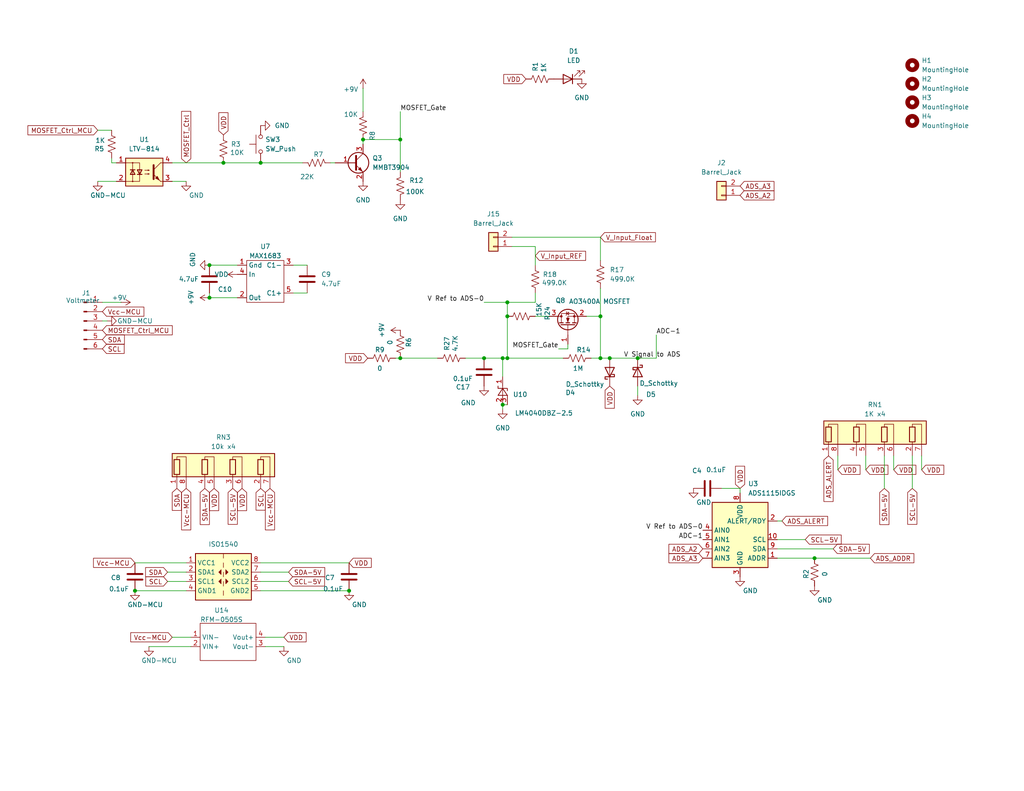
<source format=kicad_sch>
(kicad_sch (version 20250114) (generator "eeschema") (generator_version "9.0")
  (paper "USLetter")
  (title_block (title "Arduino Uno DMM Shield") (date "2025-02-22") (rev "1A") (company "Nick Mann"))
  (lib_symbols
    (symbol "Analog_ADC:ADS1115IDGS"
      (property "Reference" "U" (at 2.54 13.97 0))
      (property "Value" "ADS1115IDGS" (at 7.62 11.43 0))
      (symbol "ADS1115IDGS_0_1"
        (rectangle (start -7.62 10.16) (end 7.62 -7.62) (stroke (width 0.254)) (fill (type background)))
      )
      (symbol "ADS1115IDGS_1_1"
        (pin input line (at -10.16 2.54 0) (length 2.54) (name "AIN0") (number "4"))
        (pin input line (at -10.16 0 0) (length 2.54) (name "AIN1") (number "5"))
        (pin input line (at -10.16 -2.54 0) (length 2.54) (name "AIN2") (number "6"))
        (pin input line (at -10.16 -5.08 0) (length 2.54) (name "AIN3") (number "7"))
        (pin power_in line (at 0 12.7 270) (length 2.54) (name "VDD") (number "8"))
        (pin power_in line (at 0 -10.16 90) (length 2.54) (name "GND") (number "3"))
        (pin output line (at 10.16 5.08 180) (length 2.54) (name "ALERT/RDY") (number "2"))
        (pin input line (at 10.16 0 180) (length 2.54) (name "SCL") (number "10"))
        (pin bidirectional line (at 10.16 -2.54 180) (length 2.54) (name "SDA") (number "9"))
        (pin input line (at 10.16 -5.08 180) (length 2.54) (name "ADDR") (number "1"))
      )
    )
    (symbol "Connector:Conn_01x06_Pin" (pin_names (offset 1.016) (hide yes))
      (property "Reference" "J" (at 0 7.62 0))
      (property "Value" "Conn_01x06_Pin" (at 0 -10.16 0))
      (symbol "Conn_01x06_Pin_1_1"
        (rectangle (start 0.8636 5.207) (end 0 4.953) (stroke (width 0.1524)) (fill (type outline)))
        (rectangle (start 0.8636 2.667) (end 0 2.413) (stroke (width 0.1524)) (fill (type outline)))
        (rectangle (start 0.8636 0.127) (end 0 -0.127) (stroke (width 0.1524)) (fill (type outline)))
        (rectangle (start 0.8636 -2.413) (end 0 -2.667) (stroke (width 0.1524)) (fill (type outline)))
        (rectangle (start 0.8636 -4.953) (end 0 -5.207) (stroke (width 0.1524)) (fill (type outline)))
        (rectangle (start 0.8636 -7.493) (end 0 -7.747) (stroke (width 0.1524)) (fill (type outline)))
        (polyline (pts (xy 1.27 5.08) (xy 0.8636 5.08)) (stroke (width 0.1524)))
        (polyline (pts (xy 1.27 2.54) (xy 0.8636 2.54)) (stroke (width 0.1524)))
        (polyline (pts (xy 1.27 0) (xy 0.8636 0)) (stroke (width 0.1524)))
        (polyline (pts (xy 1.27 -2.54) (xy 0.8636 -2.54)) (stroke (width 0.1524)))
        (polyline (pts (xy 1.27 -5.08) (xy 0.8636 -5.08)) (stroke (width 0.1524)))
        (polyline (pts (xy 1.27 -7.62) (xy 0.8636 -7.62)) (stroke (width 0.1524)))
        (pin passive line (at 5.08 5.08 180) (length 3.81) (name "Pin_1") (number "1"))
        (pin passive line (at 5.08 2.54 180) (length 3.81) (name "Pin_2") (number "2"))
        (pin passive line (at 5.08 0 180) (length 3.81) (name "Pin_3") (number "3"))
        (pin passive line (at 5.08 -2.54 180) (length 3.81) (name "Pin_4") (number "4"))
        (pin passive line (at 5.08 -5.08 180) (length 3.81) (name "Pin_5") (number "5"))
        (pin passive line (at 5.08 -7.62 180) (length 3.81) (name "Pin_6") (number "6"))
      )
    )
    (symbol "Connector_Generic:Conn_01x02" (pin_names (offset 1.016) (hide yes))
      (property "Reference" "J" (at 0 2.54 0))
      (property "Value" "Conn_01x02" (at 0 -5.08 0))
      (symbol "Conn_01x02_1_1"
        (rectangle (start -1.27 1.27) (end 1.27 -3.81) (stroke (width 0.254)) (fill (type background)))
        (rectangle (start -1.27 0.127) (end 0 -0.127) (stroke (width 0.1524)))
        (rectangle (start -1.27 -2.413) (end 0 -2.667) (stroke (width 0.1524)))
        (pin passive line (at -5.08 0 0) (length 3.81) (name "Pin_1") (number "1"))
        (pin passive line (at -5.08 -2.54 0) (length 3.81) (name "Pin_2") (number "2"))
      )
    )
    (symbol "CustomAdded:RFM_0505"
      (property "Reference" "U" (at 0 0 0))
      (property "Value" "RFM-0505S" (at 0 0 0))
      (symbol "RFM_0505_0_1"
        (rectangle (start 1.27 -1.27) (end 16.51 -11.43))
      )
      (symbol "RFM_0505_1_1"
        (pin power_in line (at -1.27 -5.08 0) (length 2.54) (name "VIN-") (number "1"))
        (pin power_in line (at -1.27 -7.62 0) (length 2.54) (name "VIN+") (number "2"))
        (pin power_out line (at 19.05 -5.08 180) (length 2.54) (name "Vout+") (number "4"))
        (pin power_out line (at 19.05 -7.62 180) (length 2.54) (name "Vout-") (number "3"))
      )
    )
    (symbol "Device:C" (pin_numbers (hide yes)) (pin_names (offset 0.254))
      (property "Reference" "C" (at 0.635 2.54 0))
      (property "Value" "C" (at 0.635 -2.54 0))
      (symbol "C_0_1"
        (polyline (pts (xy -2.032 0.762) (xy 2.032 0.762)) (stroke (width 0.508)))
        (polyline (pts (xy -2.032 -0.762) (xy 2.032 -0.762)) (stroke (width 0.508)))
      )
      (symbol "C_1_1"
        (pin passive line (at 0 3.81 270) (length 2.794) (name "~") (number "1"))
        (pin passive line (at 0 -3.81 90) (length 2.794) (name "~") (number "2"))
      )
    )
    (symbol "Device:D_Schottky" (pin_numbers (hide yes)) (pin_names (offset 1.016) (hide yes))
      (property "Reference" "D" (at 0 2.54 0))
      (property "Value" "D_Schottky" (at 0 -2.54 0))
      (symbol "D_Schottky_0_1"
        (polyline (pts (xy -1.905 0.635) (xy -1.905 1.27) (xy -1.27 1.27) (xy -1.27 -1.27) (xy -0.635 -1.27) (xy -0.635 -0.635)) (stroke (width 0.254)))
        (polyline (pts (xy 1.27 1.27) (xy 1.27 -1.27) (xy -1.27 0) (xy 1.27 1.27)) (stroke (width 0.254)))
        (polyline (pts (xy 1.27 0) (xy -1.27 0)))
      )
      (symbol "D_Schottky_1_1"
        (pin passive line (at -3.81 0 0) (length 2.54) (name "K") (number "1"))
        (pin passive line (at 3.81 0 180) (length 2.54) (name "A") (number "2"))
      )
    )
    (symbol "Device:LED" (pin_numbers (hide yes)) (pin_names (offset 1.016) (hide yes))
      (property "Reference" "D" (at 0 2.54 0))
      (property "Value" "LED" (at 0 -2.54 0))
      (symbol "LED_0_1"
        (polyline (pts (xy -3.048 -0.762) (xy -4.572 -2.286) (xy -3.81 -2.286) (xy -4.572 -2.286) (xy -4.572 -1.524)))
        (polyline (pts (xy -1.778 -0.762) (xy -3.302 -2.286) (xy -2.54 -2.286) (xy -3.302 -2.286) (xy -3.302 -1.524)))
        (polyline (pts (xy -1.27 0) (xy 1.27 0)))
        (polyline (pts (xy -1.27 -1.27) (xy -1.27 1.27)) (stroke (width 0.254)))
        (polyline (pts (xy 1.27 -1.27) (xy 1.27 1.27) (xy -1.27 0) (xy 1.27 -1.27)) (stroke (width 0.254)))
      )
      (symbol "LED_1_1"
        (pin passive line (at -3.81 0 0) (length 2.54) (name "K") (number "1"))
        (pin passive line (at 3.81 0 180) (length 2.54) (name "A") (number "2"))
      )
    )
    (symbol "Device:R_Pack04_SIP" (pin_names (offset 0) (hide yes))
      (property "Reference" "RN1" (at 0 8.89 0))
      (property "Value" "R_Pack04_SIP" (at 0 6.35 0))
      (symbol "R_Pack04_SIP_0_1"
        (rectangle (start -13.97 -1.905) (end 13.97 4.445) (stroke (width 0.254)) (fill (type background)))
        (rectangle (start -13.462 2.794) (end -11.938 -1.27) (stroke (width 0.254)))
        (polyline (pts (xy -12.7 2.794) (xy -12.7 3.556) (xy -10.16 3.556) (xy -10.16 -1.27)))
        (rectangle (start -5.842 2.794) (end -4.318 -1.27) (stroke (width 0.254)))
        (polyline (pts (xy -5.08 2.794) (xy -5.08 3.556) (xy -2.54 3.556) (xy -2.54 -1.27)))
        (rectangle (start 1.778 2.794) (end 3.302 -1.27) (stroke (width 0.254)))
        (polyline (pts (xy 2.54 2.794) (xy 2.54 3.556) (xy 5.08 3.556) (xy 5.08 -1.27)))
        (rectangle (start 9.398 2.794) (end 10.922 -1.27) (stroke (width 0.254)))
        (polyline (pts (xy 10.16 2.794) (xy 10.16 3.556) (xy 12.7 3.556) (xy 12.7 -1.27)))
      )
      (symbol "R_Pack04_SIP_1_1"
        (pin passive line (at -12.7 -5.08 90) (length 3.81) (name "R1.1") (number "1"))
        (pin passive line (at -10.16 -5.08 90) (length 3.81) (name "R1.2") (number "8"))
        (pin passive line (at -5.08 -5.08 90) (length 3.81) (name "R2.1") (number "4"))
        (pin passive line (at -2.54 -5.08 90) (length 3.81) (name "R2.2") (number "5"))
        (pin passive line (at 2.54 -5.08 90) (length 3.81) (name "R3.1") (number "3"))
        (pin passive line (at 5.08 -5.08 90) (length 3.81) (name "R3.2") (number "6"))
        (pin passive line (at 10.16 -5.08 90) (length 3.81) (name "R4.1") (number "2"))
        (pin passive line (at 12.7 -5.08 90) (length 3.81) (name "R4.2") (number "7"))
      )
    )
    (symbol "Device:R_US" (pin_numbers (hide yes)) (pin_names (offset 0))
      (property "Reference" "R" (at 2.54 0 90))
      (property "Value" "R_US" (at -2.54 0 90))
      (symbol "R_US_0_1"
        (polyline (pts (xy 0 2.286) (xy 0 2.54)))
        (polyline (pts (xy 0 2.286) (xy 1.016 1.905) (xy 0 1.524) (xy -1.016 1.143) (xy 0 0.762)))
        (polyline (pts (xy 0 0.762) (xy 1.016 0.381) (xy 0 0) (xy -1.016 -0.381) (xy 0 -0.762)))
        (polyline (pts (xy 0 -0.762) (xy 1.016 -1.143) (xy 0 -1.524) (xy -1.016 -1.905) (xy 0 -2.286)))
        (polyline (pts (xy 0 -2.286) (xy 0 -2.54)))
      )
      (symbol "R_US_1_1"
        (pin passive line (at 0 3.81 270) (length 1.27) (name "~") (number "1"))
        (pin passive line (at 0 -3.81 90) (length 1.27) (name "~") (number "2"))
      )
    )
    (symbol "Isolator:ISO1540"
      (property "Reference" "U" (at -6.35 6.35 0))
      (property "Value" "ISO1540" (at 3.81 6.35 0))
      (symbol "ISO1540_0_1"
        (rectangle (start -7.62 5.08) (end 7.62 -7.62) (stroke (width 0.254)) (fill (type background)))
        (polyline (pts (xy -0.635 0.635) (xy -1.27 0) (xy -0.635 -0.635) (xy -0.635 0.635)) (fill (type outline)))
        (polyline (pts (xy 0 5.08) (xy 0 3.81)))
        (polyline (pts (xy 0 2.54) (xy 0 1.27)))
        (polyline (pts (xy 0 0) (xy 0 -1.27)))
        (polyline (pts (xy 0 -2.54) (xy 0 -3.81)))
        (rectangle (start 0 -5.08) (end 0 -6.35))
        (polyline (pts (xy 0.635 0.635) (xy 1.27 0) (xy 0.635 -0.635) (xy 0.635 0.635)) (fill (type outline)))
        (polyline (pts (xy 0.635 -1.905) (xy 1.27 -2.54) (xy 0.635 -3.175) (xy 0.635 -1.905)) (fill (type outline)))
      )
      (symbol "ISO1540_1_1"
        (polyline (pts (xy -0.635 -1.905) (xy -1.27 -2.54) (xy -0.635 -3.175) (xy -0.635 -1.905)) (fill (type outline)))
        (pin power_in line (at -10.16 2.54 0) (length 2.54) (name "VCC1") (number "1"))
        (pin bidirectional line (at -10.16 0 0) (length 2.54) (name "SDA1") (number "2"))
        (pin bidirectional line (at -10.16 -2.54 0) (length 2.54) (name "SCL1") (number "3"))
        (pin power_in line (at -10.16 -5.08 0) (length 2.54) (name "GND1") (number "4"))
        (pin power_in line (at 10.16 2.54 180) (length 2.54) (name "VCC2") (number "8"))
        (pin bidirectional line (at 10.16 0 180) (length 2.54) (name "SDA2") (number "7"))
        (pin bidirectional line (at 10.16 -2.54 180) (length 2.54) (name "SCL2") (number "6"))
        (pin power_in line (at 10.16 -5.08 180) (length 2.54) (name "GND2") (number "5"))
      )
    )
    (symbol "Isolator:LTV-814" (pin_names (offset 1.016))
      (property "Reference" "U" (at -5.08 5.08 0))
      (property "Value" "LTV-814" (at 0 5.08 0))
      (symbol "LTV-814_0_1"
        (rectangle (start -5.08 3.81) (end 5.08 -3.81) (stroke (width 0.254)) (fill (type background)))
        (polyline (pts (xy -5.08 2.54) (xy -1.27 2.54) (xy -1.27 -0.762)))
        (circle (center -3.175 2.54) (radius 0.127))
        (polyline (pts (xy -3.175 2.54) (xy -3.175 -2.54)))
        (circle (center -3.175 -2.54) (radius 0.127))
        (polyline (pts (xy -1.905 -0.635) (xy -0.635 -0.635)) (stroke (width 0.254)))
        (polyline (pts (xy -1.27 -0.635) (xy -1.27 -2.54) (xy -5.08 -2.54)))
        (polyline (pts (xy -1.27 -0.635) (xy -1.905 0.635) (xy -0.635 0.635) (xy -1.27 -0.635)) (stroke (width 0.254)))
        (polyline (pts (xy 0.127 0.508) (xy 1.397 0.508) (xy 1.016 0.381) (xy 1.016 0.635) (xy 1.397 0.508)))
        (polyline (pts (xy 0.127 -0.508) (xy 1.397 -0.508) (xy 1.016 -0.635) (xy 1.016 -0.381) (xy 1.397 -0.508)))
        (polyline (pts (xy 2.54 1.905) (xy 2.54 -1.905)) (stroke (width 0.508)))
        (polyline (pts (xy 2.54 0.635) (xy 4.445 2.54)))
        (polyline (pts (xy 3.048 -1.651) (xy 3.556 -1.143) (xy 4.064 -2.159) (xy 3.048 -1.651)) (fill (type outline)))
        (polyline (pts (xy 4.445 2.54) (xy 5.08 2.54)))
        (polyline (pts (xy 4.445 -2.54) (xy 2.54 -0.635)) (fill (type outline)))
        (polyline (pts (xy 4.445 -2.54) (xy 5.08 -2.54)))
      )
      (symbol "LTV-814_1_1"
        (polyline (pts (xy -3.81 0.635) (xy -2.54 0.635)) (stroke (width 0.254)))
        (polyline (pts (xy -3.175 0.635) (xy -3.81 -0.635) (xy -2.54 -0.635) (xy -3.175 0.635)) (stroke (width 0.254)))
        (pin passive line (at -7.62 2.54 0) (length 2.54) (name "~") (number "1"))
        (pin passive line (at -7.62 -2.54 0) (length 2.54) (name "~") (number "2"))
        (pin passive line (at 7.62 2.54 180) (length 2.54) (name "~") (number "4"))
        (pin passive line (at 7.62 -2.54 180) (length 2.54) (name "~") (number "3"))
      )
    )
    (symbol "MIC4801:MAX1683"
      (property "Reference" "U" (at 0 0 0))
      (symbol "MAX1683_0_1"
        (rectangle (start 1.27 6.35) (end 11.43 -5.08))
      )
      (symbol "MAX1683_1_1"
        (pin input line (at -1.27 5.08 0) (length 2.54) (name "Gnd") (number "1"))
        (pin input line (at -1.27 2.54 0) (length 2.54) (name "In") (number "4"))
        (pin output line (at -1.27 -3.81 0) (length 2.54) (name "Out") (number "2"))
        (pin output line (at 13.97 5.08 180) (length 2.54) (name "C1-") (number "3"))
        (pin output line (at 13.97 -2.54 180) (length 2.54) (name "C1+") (number "5"))
      )
    )
    (symbol "Mechanical:MountingHole" (pin_names (offset 1.016)) (in_bom no)
      (property "Reference" "H" (at 0 5.08 0))
      (property "Value" "MountingHole" (at 0 3.175 0))
      (symbol "MountingHole_0_1"
        (circle (center 0 0) (radius 1.27) (stroke (width 1.27)))
      )
    )
    (symbol "Reference_Voltage:LM4040DBZ-2.5" (pin_names (offset 0.0254) (hide yes))
      (property "Reference" "U10" (at -1.778 7.112 90))
      (property "Value" "LM4040DBZ-2.5" (at -4.572 17.018 90))
      (symbol "LM4040DBZ-2.5_0_1"
        (polyline (pts (xy -1.27 0) (xy 0 0) (xy 1.27 0)))
        (polyline (pts (xy -1.27 -1.27) (xy 0.635 0) (xy -1.27 1.27) (xy -1.27 -1.27)) (stroke (width 0.2032)))
        (polyline (pts (xy 0 -1.27) (xy 0.635 -1.27) (xy 0.635 1.27) (xy 1.27 1.27)) (stroke (width 0.2032)))
      )
      (symbol "LM4040DBZ-2.5_1_1"
        (pin passive line (at -3.81 0 0) (length 2.54) (name "A") (number "2"))
        (pin input line (at -3.81 -1.27 0) (length 2.54) (name "nc_(gnd)") (number "3"))
        (pin passive line (at 3.81 0 180) (length 2.54) (name "K") (number "1"))
      )
    )
    (symbol "Switch:SW_Push" (pin_numbers (hide yes)) (pin_names (offset 1.016) (hide yes))
      (property "Reference" "SW" (at 1.27 2.54 0))
      (property "Value" "SW_Push" (at 0 -1.524 0))
      (symbol "SW_Push_0_1"
        (circle (center -2.032 0) (radius 0.508))
        (polyline (pts (xy 0 1.27) (xy 0 3.048)))
        (circle (center 2.032 0) (radius 0.508))
        (polyline (pts (xy 2.54 1.27) (xy -2.54 1.27)))
        (pin passive line (at -5.08 0 0) (length 2.54) (name "1") (number "1"))
        (pin passive line (at 5.08 0 180) (length 2.54) (name "2") (number "2"))
      )
    )
    (symbol "Transistor_BJT:MMBT3904" (pin_names (offset 0) (hide yes))
      (property "Reference" "Q" (at 5.08 1.905 0))
      (property "Value" "MMBT3904" (at 5.08 0 0))
      (symbol "MMBT3904_0_1"
        (polyline (pts (xy 0.635 1.905) (xy 0.635 -1.905) (xy 0.635 -1.905)) (stroke (width 0.508)))
        (polyline (pts (xy 0.635 0.635) (xy 2.54 2.54)))
        (polyline (pts (xy 0.635 -0.635) (xy 2.54 -2.54) (xy 2.54 -2.54)))
        (circle (center 1.27 0) (radius 2.8194) (stroke (width 0.254)))
        (polyline (pts (xy 1.27 -1.778) (xy 1.778 -1.27) (xy 2.286 -2.286) (xy 1.27 -1.778) (xy 1.27 -1.778)) (fill (type outline)))
      )
      (symbol "MMBT3904_1_1"
        (pin input line (at -5.08 0 0) (length 5.715) (name "B") (number "1"))
        (pin passive line (at 2.54 5.08 270) (length 2.54) (name "C") (number "3"))
        (pin passive line (at 2.54 -5.08 90) (length 2.54) (name "E") (number "2"))
      )
    )
    (symbol "Transistor_FET:DMG2302U" (pin_names (hide yes))
      (property "Reference" "Q" (at 5.08 1.905 0))
      (property "Value" "DMG2302U" (at 5.08 0 0))
      (symbol "DMG2302U_0_1"
        (polyline (pts (xy 0.254 1.905) (xy 0.254 -1.905)) (stroke (width 0.254)))
        (polyline (pts (xy 0.254 0) (xy -2.54 0)))
        (polyline (pts (xy 0.762 2.286) (xy 0.762 1.27)) (stroke (width 0.254)))
        (polyline (pts (xy 0.762 0.508) (xy 0.762 -0.508)) (stroke (width 0.254)))
        (polyline (pts (xy 0.762 -1.27) (xy 0.762 -2.286)) (stroke (width 0.254)))
        (polyline (pts (xy 0.762 -1.778) (xy 3.302 -1.778) (xy 3.302 1.778) (xy 0.762 1.778)))
        (polyline (pts (xy 1.016 0) (xy 2.032 0.381) (xy 2.032 -0.381) (xy 1.016 0)) (fill (type outline)))
        (circle (center 1.651 0) (radius 2.794) (stroke (width 0.254)))
        (polyline (pts (xy 2.54 2.54) (xy 2.54 1.778)))
        (circle (center 2.54 1.778) (radius 0.254) (fill (type outline)))
        (circle (center 2.54 -1.778) (radius 0.254) (fill (type outline)))
        (polyline (pts (xy 2.54 -2.54) (xy 2.54 0) (xy 0.762 0)))
        (polyline (pts (xy 2.794 0.508) (xy 2.921 0.381) (xy 3.683 0.381) (xy 3.81 0.254)))
        (polyline (pts (xy 3.302 0.381) (xy 2.921 -0.254) (xy 3.683 -0.254) (xy 3.302 0.381)))
      )
      (symbol "DMG2302U_1_1"
        (pin input line (at -5.08 0 0) (length 2.54) (name "G") (number "1"))
        (pin passive line (at 2.54 5.08 270) (length 2.54) (name "D") (number "3"))
        (pin passive line (at 2.54 -5.08 90) (length 2.54) (name "S") (number "2"))
      )
    )
    (symbol "power:+5V" (power) (pin_names (offset 0))
      (property "Value" "+5V" (at 0 3.556 0))
      (symbol "+5V_0_1"
        (polyline (pts (xy -0.762 1.27) (xy 0 2.54)))
        (polyline (pts (xy 0 2.54) (xy 0.762 1.27)))
        (polyline (pts (xy 0 0) (xy 0 2.54)))
      )
      (symbol "+5V_1_1"
        (pin power_in line (at 0 0 90) (length 0) (hide yes) (name "+5V") (number "1"))
      )
    )
    (symbol "power:+9V" (power) (pin_numbers (hide yes)) (pin_names (offset 0) (hide yes))
      (property "Value" "+9V" (at 0 3.556 0))
      (symbol "+9V_0_1"
        (polyline (pts (xy -0.762 1.27) (xy 0 2.54)))
        (polyline (pts (xy 0 2.54) (xy 0.762 1.27)))
        (polyline (pts (xy 0 0) (xy 0 2.54)))
      )
      (symbol "+9V_1_1"
        (pin power_in line (at 0 0 90) (length 0) (name "~") (number "1"))
      )
    )
    (symbol "power:GND" (power) (pin_names (offset 0))
      (property "Value" "GND" (at 0 -3.81 0))
      (symbol "GND_0_1"
        (polyline (pts (xy 0 0) (xy 0 -1.27) (xy 1.27 -1.27) (xy 0 -2.54) (xy -1.27 -1.27) (xy 0 -1.27)))
      )
      (symbol "GND_1_1"
        (pin power_in line (at 0 0 270) (length 0) (hide yes) (name "GND") (number "1"))
      )
    )
  )
  (junction (at 163.83 97.79))
  (junction (at 137.16 110.49))
  (junction (at 173.99 97.79))
  (junction (at 99.06 38.1))
  (junction (at 132.08 97.79))
  (junction (at 95.25 161.29))
  (junction (at 71.12 44.45))
  (junction (at 138.43 86.36))
  (junction (at 36.83 161.29))
  (junction (at 60.96 44.45))
  (junction (at 109.22 38.1))
  (junction (at 109.22 97.79))
  (junction (at 138.43 82.55))
  (junction (at 163.83 86.36))
  (junction (at 166.37 97.79))
  (junction (at 57.15 81.28))
  (junction (at 57.15 72.39))
  (junction (at 138.43 97.79))
  (junction (at 137.16 97.79))
  (junction (at 222.25 152.4))
  (wire (pts (xy 212.09 152.4) (xy 222.25 152.4)))
  (wire (pts (xy 30.48 44.45) (xy 31.75 44.45)))
  (wire (pts (xy 248.92 124.46) (xy 248.92 133.35)))
  (wire (pts (xy 91.44 44.45) (xy 90.17 44.45)))
  (wire (pts (xy 138.43 86.36) (xy 138.43 97.79)))
  (wire (pts (xy 201.93 133.35) (xy 196.85 133.35)))
  (wire (pts (xy 127 97.79) (xy 132.08 97.79)))
  (wire (pts (xy 137.16 110.49) (xy 138.43 110.49)))
  (wire (pts (xy 71.12 158.75) (xy 78.74 158.75)))
  (wire (pts (xy 99.06 38.1) (xy 99.06 39.37)))
  (wire (pts (xy 57.15 72.39) (xy 64.77 72.39)))
  (wire (pts (xy 163.83 97.79) (xy 166.37 97.79)))
  (wire (pts (xy 137.16 111.76) (xy 137.16 110.49)))
  (wire (pts (xy 161.29 97.79) (xy 163.83 97.79)))
  (wire (pts (xy 36.83 161.29) (xy 50.8 161.29)))
  (wire (pts (xy 71.12 161.29) (xy 95.25 161.29)))
  (wire (pts (xy 132.08 97.79) (xy 137.16 97.79)))
  (wire (pts (xy 173.99 97.79) (xy 179.07 97.79)))
  (wire (pts (xy 45.72 158.75) (xy 50.8 158.75)))
  (wire (pts (xy 109.22 97.79) (xy 107.95 97.79)))
  (wire (pts (xy 109.22 30.48) (xy 109.22 38.1)))
  (wire (pts (xy 236.22 128.27) (xy 236.22 124.46)))
  (wire (pts (xy 163.83 86.36) (xy 163.83 97.79)))
  (wire (pts (xy 132.08 82.55) (xy 138.43 82.55)))
  (wire (pts (xy 251.46 128.27) (xy 251.46 124.46)))
  (wire (pts (xy 138.43 97.79) (xy 153.67 97.79)))
  (wire (pts (xy 137.16 102.87) (xy 137.16 97.79)))
  (wire (pts (xy 57.15 80.01) (xy 57.15 81.28)))
  (wire (pts (xy 138.43 82.55) (xy 138.43 86.36)))
  (wire (pts (xy 45.72 156.21) (xy 50.8 156.21)))
  (wire (pts (xy 99.06 30.48) (xy 99.06 24.13)))
  (wire (pts (xy 173.99 105.41) (xy 173.99 107.95)))
  (wire (pts (xy 71.12 153.67) (xy 95.25 153.67)))
  (wire (pts (xy 31.75 49.53) (xy 26.67 49.53)))
  (wire (pts (xy 137.16 97.79) (xy 138.43 97.79)))
  (wire (pts (xy 222.25 152.4) (xy 237.49 152.4)))
  (wire (pts (xy 139.7 64.77) (xy 163.83 64.77)))
  (wire (pts (xy 72.39 176.53) (xy 77.47 176.53)))
  (wire (pts (xy 154.94 95.25) (xy 154.94 93.98)))
  (wire (pts (xy 146.05 86.36) (xy 149.86 86.36)))
  (wire (pts (xy 80.01 72.39) (xy 83.82 72.39)))
  (wire (pts (xy 57.15 81.28) (xy 64.77 81.28)))
  (wire (pts (xy 80.01 80.01) (xy 83.82 80.01)))
  (wire (pts (xy 212.09 147.32) (xy 219.71 147.32)))
  (wire (pts (xy 119.38 97.79) (xy 109.22 97.79)))
  (wire (pts (xy 36.83 153.67) (xy 50.8 153.67)))
  (wire (pts (xy 72.39 173.99) (xy 77.47 173.99)))
  (wire (pts (xy 46.99 173.99) (xy 52.07 173.99)))
  (wire (pts (xy 201.93 133.35) (xy 201.93 134.62)))
  (wire (pts (xy 179.07 91.44) (xy 179.07 97.79)))
  (wire (pts (xy 46.99 44.45) (xy 60.96 44.45)))
  (wire (pts (xy 29.21 87.63) (xy 27.94 87.63)))
  (wire (pts (xy 138.43 82.55) (xy 146.05 82.55)))
  (wire (pts (xy 163.83 64.77) (xy 163.83 71.12)))
  (wire (pts (xy 71.12 156.21) (xy 78.74 156.21)))
  (wire (pts (xy 139.7 67.31) (xy 146.05 67.31)))
  (wire (pts (xy 212.09 142.24) (xy 213.36 142.24)))
  (wire (pts (xy 160.02 86.36) (xy 163.83 86.36)))
  (wire (pts (xy 146.05 80.01) (xy 146.05 82.55)))
  (wire (pts (xy 71.12 44.45) (xy 82.55 44.45)))
  (wire (pts (xy 40.64 176.53) (xy 52.07 176.53)))
  (wire (pts (xy 166.37 97.79) (xy 173.99 97.79)))
  (wire (pts (xy 146.05 67.31) (xy 146.05 72.39)))
  (wire (pts (xy 243.84 128.27) (xy 243.84 124.46)))
  (wire (pts (xy 109.22 38.1) (xy 109.22 46.99)))
  (wire (pts (xy 212.09 149.86) (xy 227.33 149.86)))
  (wire (pts (xy 60.96 44.45) (xy 71.12 44.45)))
  (wire (pts (xy 109.22 38.1) (xy 99.06 38.1)))
  (wire (pts (xy 163.83 78.74) (xy 163.83 86.36)))
  (wire (pts (xy 228.6 128.27) (xy 228.6 124.46)))
  (wire (pts (xy 26.67 35.56) (xy 30.48 35.56)))
  (wire (pts (xy 33.02 82.55) (xy 27.94 82.55)))
  (wire (pts (xy 241.3 124.46) (xy 241.3 133.35)))
  (wire (pts (xy 152.4 95.25) (xy 154.94 95.25)))
  (wire (pts (xy 30.48 43.18) (xy 30.48 44.45)))
  (wire (pts (xy 50.8 49.53) (xy 46.99 49.53)))
  (label "ADC-1" (at 191.77 147.32 180))
  (label "V Ref to ADS-0" (at 132.08 82.55 180))
  (label "V Signal to ADS" (at 170.18 97.79 0))
  (label "MOSFET_Gate" (at 109.22 30.48 0))
  (label "V Ref to ADS-0" (at 191.77 144.78 180))
  (label "ADC-1" (at 179.07 91.44 0))
  (label "MOSFET_Gate" (at 152.4 95.25 180))
  (global_label "Vcc-MCU" (shape input) (at 27.94 85.09 0) (property "Intersheetrefs" "${INTERSHEET_REFS}" (effects (hide yes))))
  (global_label "MOSFET_Ctrl" (shape input) (at 50.8 44.45 90) (property "Intersheetrefs" "${INTERSHEET_REFS}" (effects (hide yes))))
  (global_label "ADS_A3" (shape input) (at 201.93 50.8 0) (property "Intersheetrefs" "${INTERSHEET_REFS}" (effects (hide yes))))
  (global_label "SDA-5V" (shape input) (at 227.33 149.86 0) (property "Intersheetrefs" "${INTERSHEET_REFS}" (effects (hide yes))))
  (global_label "VDD" (shape input) (at 60.96 36.83 90) (property "Intersheetrefs" "${INTERSHEET_REFS}" (effects (hide yes))))
  (global_label "VDD" (shape input) (at 228.6 128.27 0) (property "Intersheetrefs" "${INTERSHEET_REFS}" (effects (hide yes))))
  (global_label "ADS_ALERT" (shape input) (at 213.36 142.24 0) (property "Intersheetrefs" "${INTERSHEET_REFS}" (effects (hide yes))))
  (global_label "SCL-5V" (shape input) (at 63.5 133.35 270) (property "Intersheetrefs" "${INTERSHEET_REFS}" (effects (hide yes))))
  (global_label "SDA" (shape input) (at 48.26 133.35 270) (property "Intersheetrefs" "${INTERSHEET_REFS}" (effects (hide yes))))
  (global_label "SCL" (shape input) (at 45.72 158.75 180) (property "Intersheetrefs" "${INTERSHEET_REFS}" (effects (hide yes))))
  (global_label "ADS_ADDR" (shape input) (at 237.49 152.4 0) (property "Intersheetrefs" "${INTERSHEET_REFS}" (effects (hide yes))))
  (global_label "Vcc-MCU" (shape input) (at 36.83 153.67 180) (property "Intersheetrefs" "${INTERSHEET_REFS}" (effects (hide yes))))
  (global_label "MOSFET_Ctrl_MCU" (shape input) (at 26.67 35.56 180) (property "Intersheetrefs" "${INTERSHEET_REFS}" (effects (hide yes))))
  (global_label "VDD" (shape input) (at 58.42 133.35 270) (property "Intersheetrefs" "${INTERSHEET_REFS}" (effects (hide yes))))
  (global_label "SDA" (shape input) (at 27.94 92.71 0) (property "Intersheetrefs" "${INTERSHEET_REFS}" (effects (hide yes))))
  (global_label "ADS_A2" (shape input) (at 201.93 53.34 0) (property "Intersheetrefs" "${INTERSHEET_REFS}" (effects (hide yes))))
  (global_label "VDD" (shape input) (at 251.46 128.27 0) (property "Intersheetrefs" "${INTERSHEET_REFS}" (effects (hide yes))))
  (global_label "SDA-5V" (shape input) (at 55.88 133.35 270) (property "Intersheetrefs" "${INTERSHEET_REFS}" (effects (hide yes))))
  (global_label "ADS_A2" (shape input) (at 191.77 149.86 180) (property "Intersheetrefs" "${INTERSHEET_REFS}" (effects (hide yes))))
  (global_label "VDD" (shape input) (at 166.37 105.41 270) (property "Intersheetrefs" "${INTERSHEET_REFS}" (effects (hide yes))))
  (global_label "Vcc-MCU" (shape input) (at 50.8 133.35 270) (property "Intersheetrefs" "${INTERSHEET_REFS}" (effects (hide yes))))
  (global_label "VDD" (shape input) (at 236.22 128.27 0) (property "Intersheetrefs" "${INTERSHEET_REFS}" (effects (hide yes))))
  (global_label "VDD" (shape input) (at 66.04 133.35 270) (property "Intersheetrefs" "${INTERSHEET_REFS}" (effects (hide yes))))
  (global_label "V_Input_Float" (shape input) (at 163.83 64.77 0) (property "Intersheetrefs" "${INTERSHEET_REFS}" (effects (hide yes))))
  (global_label "VDD" (shape input) (at 77.47 173.99 0) (property "Intersheetrefs" "${INTERSHEET_REFS}" (effects (hide yes))))
  (global_label "VDD" (shape input) (at 100.33 97.79 180) (property "Intersheetrefs" "${INTERSHEET_REFS}" (effects (hide yes))))
  (global_label "SCL-5V" (shape input) (at 78.74 158.75 0) (property "Intersheetrefs" "${INTERSHEET_REFS}" (effects (hide yes))))
  (global_label "V_Input_REF" (shape input) (at 146.05 69.85 0) (property "Intersheetrefs" "${INTERSHEET_REFS}" (effects (hide yes))))
  (global_label "SCL" (shape input) (at 71.12 133.35 270) (property "Intersheetrefs" "${INTERSHEET_REFS}" (effects (hide yes))))
  (global_label "VDD" (shape input) (at 201.93 133.35 90) (property "Intersheetrefs" "${INTERSHEET_REFS}" (effects (hide yes))))
  (global_label "Vcc-MCU" (shape input) (at 73.66 133.35 270) (property "Intersheetrefs" "${INTERSHEET_REFS}" (effects (hide yes))))
  (global_label "SDA-5V" (shape input) (at 78.74 156.21 0) (property "Intersheetrefs" "${INTERSHEET_REFS}" (effects (hide yes))))
  (global_label "Vcc-MCU" (shape input) (at 46.99 173.99 180) (property "Intersheetrefs" "${INTERSHEET_REFS}" (effects (hide yes))))
  (global_label "MOSFET_Ctrl_MCU" (shape input) (at 27.94 90.17 0) (property "Intersheetrefs" "${INTERSHEET_REFS}" (effects (hide yes))))
  (global_label "SCL-5V" (shape input) (at 219.71 147.32 0) (property "Intersheetrefs" "${INTERSHEET_REFS}" (effects (hide yes))))
  (global_label "ADS_A3" (shape input) (at 191.77 152.4 180) (property "Intersheetrefs" "${INTERSHEET_REFS}" (effects (hide yes))))
  (global_label "VDD" (shape input) (at 243.84 128.27 0) (property "Intersheetrefs" "${INTERSHEET_REFS}" (effects (hide yes))))
  (global_label "SDA-5V" (shape input) (at 241.3 133.35 270) (property "Intersheetrefs" "${INTERSHEET_REFS}" (effects (hide yes))))
  (global_label "SDA" (shape input) (at 45.72 156.21 180) (property "Intersheetrefs" "${INTERSHEET_REFS}" (effects (hide yes))))
  (global_label "ADS_ALERT" (shape input) (at 226.06 124.46 270) (property "Intersheetrefs" "${INTERSHEET_REFS}" (effects (hide yes))))
  (global_label "VDD" (shape input) (at 143.51 21.59 180) (property "Intersheetrefs" "${INTERSHEET_REFS}" (effects (hide yes))))
  (global_label "SCL" (shape input) (at 27.94 95.25 0) (property "Intersheetrefs" "${INTERSHEET_REFS}" (effects (hide yes))))
  (global_label "SCL-5V" (shape input) (at 248.92 133.35 270) (property "Intersheetrefs" "${INTERSHEET_REFS}" (effects (hide yes))))
  (global_label "VDD" (shape input) (at 95.25 153.67 0) (property "Intersheetrefs" "${INTERSHEET_REFS}" (effects (hide yes))))
  (symbol (lib_id "Device:R_US") (at 86.36 44.45 90) (mirror x) (unit 1)
    (property "Reference" "R7" (at 86.868 42.164 90))
    (property "Value" "22K" (at 83.82 48.26 90))
    (property "Footprint" "Resistor_SMD:R_0805_2012Metric_Pad1.20x1.40mm_HandSolder" (effects (hide yes)))
    (property "Description" "Resistor, US symbol" (effects (hide yes)))
    (property "Function" "BJTCurrentLimit1" (effects (hide yes)))
  )
  (symbol (lib_id "Device:C") (at 57.15 76.2 0) (unit 1)
    (property "Reference" "C10" (at 59.436 78.994 0) (effects (justify left)))
    (property "Value" "4.7uF" (at 48.768 76.2 0) (effects (justify left)))
    (property "Footprint" "Capacitor_SMD:C_0805_2012Metric_Pad1.18x1.45mm_HandSolder" (effects (hide yes)))
    (property "Description" "Unpolarized capacitor" (effects (hide yes)))
    (property "Function" "Charge Pump" (effects (hide yes)))
  )
  (symbol (lib_id "CustomAdded:RFM_0505") (at 53.34 168.91 0) (unit 1)
    (property "Reference" "U14" (at 60.452 166.624 0))
    (property "Value" "RFM-0505S" (at 60.452 169.164 0))
    (property "Footprint" "Converter_DCDC:Converter_DCDC_TRACO_TEA1-xxxx_THT" (effects (hide yes)))
  )
  (symbol (lib_id "power:GND") (at 222.25 160.02 0) (unit 1)
    (property "Reference" "#PWR014" (effects (hide yes)))
    (property "Value" "GND" (at 225.044 163.83 0))
    (property "Description" "Power symbol creates a global label with name \"GND\" , ground" (effects (hide yes)))
  )
  (symbol (lib_id "Transistor_BJT:MMBT3904") (at 96.52 44.45 0) (unit 1)
    (property "Reference" "Q3" (at 101.6 43.1799 0) (effects (justify left)))
    (property "Value" "MMBT3904" (at 101.6 45.7199 0) (effects (justify left)))
    (property "Footprint" "Package_TO_SOT_SMD:SOT-23" (effects (hide yes)))
    (property "Datasheet" "https://www.onsemi.com/pdf/datasheet/pzt3904-d.pdf" (effects (hide yes)))
    (property "Description" "0.2A Ic, 40V Vce, Small Signal NPN Transistor, SOT-23" (effects (hide yes)))
    (property "ValueTemp" "MMBT3904" (effects (hide yes)))
    (property "Function" "Range Switch Control" (effects (hide yes)))
  )
  (symbol (lib_id "power:+9V") (at 57.15 81.28 90) (unit 1)
    (property "Reference" "#PWR036" (effects (hide yes)))
    (property "Value" "+9V" (at 52.07 81.28 0))
    (property "Description" "Power symbol creates a global label with name \"+9V\"" (effects (hide yes)))
  )
  (symbol (lib_id "Transistor_FET:DMG2302U") (at 154.94 88.9 90) (unit 1)
    (property "Reference" "Q8" (at 152.908 82.042 90))
    (property "Value" "AO3400A MOSFET" (at 163.576 82.296 90))
    (property "Footprint" "Package_TO_SOT_SMD:SOT-23" (effects (hide yes)))
    (property "Datasheet" "http://www.diodes.com/assets/Datasheets/DMG2302U.pdf" (effects (hide yes)))
    (property "Description" "4.2A Id, 20V Vds, N-Channel MOSFET, SOT-23" (effects (hide yes)))
    (property "Function" "R Circuit Range Switch" (effects (hide yes)))
  )
  (symbol (lib_id "Analog_ADC:ADS1115IDGS") (at 201.93 147.32 0) (unit 1)
    (property "Reference" "U3" (at 204.1241 132.08 0) (effects (justify left)))
    (property "Value" "ADS1115IDGS" (at 204.1241 134.62 0) (effects (justify left)))
    (property "Footprint" "Package_SO:TSSOP-10_3x3mm_P0.5mm" (effects (hide yes)))
    (property "Datasheet" "http://www.ti.com/lit/ds/symlink/ads1113.pdf" (effects (hide yes)))
    (property "Description" "Ultra-Small, Low-Power, I2C-Compatible, 860-SPS, 16-Bit ADCs With Internal Reference, Oscillator, and Programmable Comparator, VSSOP-10" (effects (hide yes)))
    (property "ValueTemp" "ADS1115IDGS" (effects (hide yes)))
  )
  (symbol (lib_id "Device:R_US") (at 30.48 39.37 180) (unit 1)
    (property "Reference" "R5" (at 28.448 40.64 0) (effects (justify left)))
    (property "Value" "1K" (at 28.702 38.354 0) (effects (justify left)))
    (property "Footprint" "Resistor_SMD:R_0805_2012Metric_Pad1.20x1.40mm_HandSolder" (effects (hide yes)))
    (property "Description" "Resistor, US symbol" (effects (hide yes)))
    (property "ValueTemp" "5K" (effects (hide yes)))
    (property "Function" "Current Limit" (effects (hide yes)))
  )
  (symbol (lib_id "Device:R_US") (at 163.83 74.93 0) (unit 1)
    (property "Reference" "R17" (at 166.37 73.6599 0) (effects (justify left)))
    (property "Value" "499.0K" (at 166.37 76.1999 0) (effects (justify left)))
    (property "Footprint" "Resistor_SMD:R_0805_2012Metric_Pad1.20x1.40mm_HandSolder" (effects (hide yes)))
    (property "Description" "Resistor, US symbol" (effects (hide yes)))
    (property "ValueTemp" "75K" (effects (hide yes)))
    (property "Function" "V Signal Divider" (effects (hide yes)))
  )
  (symbol (lib_id "Device:R_US") (at 123.19 97.79 90) (unit 1)
    (property "Reference" "R27" (at 121.92 95.758 0) (effects (justify left)))
    (property "Value" "4.7K" (at 124.206 96.012 0) (effects (justify left)))
    (property "Footprint" "Resistor_SMD:R_0805_2012Metric_Pad1.20x1.40mm_HandSolder" (effects (hide yes)))
    (property "Description" "Resistor, US symbol" (effects (hide yes)))
    (property "ValueTemp" "5K" (effects (hide yes)))
    (property "Function" "Current Limit" (effects (hide yes)))
  )
  (symbol (lib_id "power:+9V") (at 33.02 82.55 270) (unit 1)
    (property "Reference" "#PWR02" (effects (hide yes)))
    (property "Value" "+9V" (at 30.48 81.28 90) (effects (justify left)))
    (property "Description" "Power symbol creates a global label with name \"+9V\"" (effects (hide yes)))
  )
  (symbol (lib_id "Device:D_Schottky") (at 173.99 101.6 270) (unit 1)
    (property "Reference" "D5" (at 176.276 107.696 90) (effects (justify left)))
    (property "Value" "D_Schottky" (at 174.498 104.648 90) (effects (justify left)))
    (property "Footprint" "Diode_SMD:D_SOD-123" (effects (hide yes)))
    (property "Description" "Schottky diode" (effects (hide yes)))
    (property "Function" "Overvoltage Proection" (effects (hide yes)))
  )
  (symbol (lib_id "power:+5V") (at 64.77 74.93 90) (unit 1)
    (property "Reference" "#PWR039" (effects (hide yes)))
    (property "Value" "VDD" (at 60.452 74.93 90))
  )
  (symbol (lib_id "Device:R_US") (at 104.14 97.79 270) (unit 1)
    (property "Reference" "R9" (at 103.632 95.504 90))
    (property "Value" "0" (at 103.632 100.584 90))
    (property "Footprint" "Resistor_SMD:R_0805_2012Metric_Pad1.20x1.40mm_HandSolder" (effects (hide yes)))
    (property "Description" "Resistor, US symbol" (effects (hide yes)))
    (property "Function" "BJTCurrentLimit1" (effects (hide yes)))
  )
  (symbol (lib_id "power:GND") (at 158.75 21.59 0) (unit 1)
    (property "Reference" "#PWR04" (effects (hide yes)))
    (property "Value" "GND" (at 158.75 26.67 0))
    (property "Description" "Power symbol creates a global label with name \"GND\" , ground" (effects (hide yes)))
  )
  (symbol (lib_id "power:GND") (at 57.15 72.39 270) (unit 1)
    (property "Reference" "#PWR037" (effects (hide yes)))
    (property "Value" "GND" (at 52.578 70.866 0))
    (property "Description" "Power symbol creates a global label with name \"GND\" , ground" (effects (hide yes)))
  )
  (symbol (lib_id "Device:R_Pack04_SIP") (at 238.76 119.38 0) (unit 1)
    (property "Reference" "RN1" (at 238.76 110.49 0))
    (property "Value" "1K x4" (at 238.76 113.03 0))
    (property "Footprint" "Library:RESCAXS127P508X320X70-8N" (effects (hide yes)))
    (property "Datasheet" "http://www.vishay.com/docs/31509/csc.pdf" (effects (hide yes)))
    (property "Description" "4 resistor network, parallel topology, SIP package" (effects (hide yes)))
  )
  (symbol (lib_id "power:GND") (at 201.93 157.48 0) (unit 1)
    (property "Reference" "#PWR012" (effects (hide yes)))
    (property "Value" "GND" (at 204.724 161.29 0))
    (property "Description" "Power symbol creates a global label with name \"GND\" , ground" (effects (hide yes)))
  )
  (symbol (lib_id "Mechanical:MountingHole") (at 248.92 27.94 0) (unit 1) (in_bom no)
    (property "Reference" "H3" (at 251.46 26.6699 0) (effects (justify left)))
    (property "Value" "MountingHole" (at 251.46 29.2099 0) (effects (justify left)))
    (property "Footprint" "MountingHole:MountingHole_3.2mm_M3_DIN965_Pad_TopBottom" (effects (hide yes)))
    (property "Description" "Mounting Hole without connection" (effects (hide yes)))
  )
  (symbol (lib_id "power:GND") (at 189.23 133.35 0) (unit 1)
    (property "Reference" "#PWR013" (effects (hide yes)))
    (property "Value" "GND" (at 192.024 137.16 0))
    (property "Description" "Power symbol creates a global label with name \"GND\" , ground" (effects (hide yes)))
  )
  (symbol (lib_id "MIC4801:MAX1683") (at 66.04 77.47 0) (unit 1)
    (property "Reference" "U7" (at 72.39 67.31 0))
    (property "Value" "MAX1683" (at 72.39 69.85 0))
    (property "Footprint" "Package_TO_SOT_SMD:SOT-23-5_HandSoldering" (effects (hide yes)))
    (property "Datasheet" "https://www.analog.com/media/en/technical-documentation/data-sheets/MAX1682-MAX1683.pdf" (effects (hide yes)))
    (property "Description" "IC REG CHARGE PUMP 2VIN SOT23-5" (effects (hide yes)))
    (property "Function" "Voltage Doubler" (effects (hide yes)))
  )
  (symbol (lib_id "power:GND") (at 95.25 161.29 0) (unit 1)
    (property "Reference" "#PWR06" (effects (hide yes)))
    (property "Value" "GND" (at 98.044 165.1 0))
    (property "Description" "Power symbol creates a global label with name \"GND\" , ground" (effects (hide yes)))
  )
  (symbol (lib_id "Device:R_US") (at 99.06 34.29 0) (mirror x) (unit 1)
    (property "Reference" "R8" (at 101.6 37.084 90))
    (property "Value" "10K" (at 95.758 31.242 0))
    (property "Footprint" "Resistor_SMD:R_0805_2012Metric_Pad1.20x1.40mm_HandSolder" (effects (hide yes)))
    (property "Description" "Resistor, US symbol" (effects (hide yes)))
    (property "Function" "BJTCurrentLimit2" (effects (hide yes)))
  )
  (symbol (lib_id "Connector_Generic:Conn_01x02") (at 134.62 67.31 180) (unit 1)
    (property "Reference" "J15" (at 134.62 58.42 0))
    (property "Value" "Barrel_Jack" (at 134.62 60.96 0))
    (property "Footprint" "TerminalBlock_Phoenix:TerminalBlock_Phoenix_MKDS-3-2-5.08_1x02_P5.08mm_Horizontal" (effects (hide yes)))
    (property "Description" "Generic connector, single row, 01x02, script generated (kicad-library-utils/schlib/autogen/connector/)" (effects (hide yes)))
    (property "ValueTemp" "Barrel_Jack" (effects (hide yes)))
  )
  (symbol (lib_id "Device:R_US") (at 222.25 156.21 0) (unit 1)
    (property "Reference" "R2" (at 219.964 156.718 90))
    (property "Value" "0" (at 225.044 156.718 90))
    (property "Footprint" "Resistor_SMD:R_0805_2012Metric_Pad1.20x1.40mm_HandSolder" (effects (hide yes)))
    (property "Description" "Resistor, US symbol" (effects (hide yes)))
    (property "Function" "BJTCurrentLimit1" (effects (hide yes)))
  )
  (symbol (lib_id "power:GND") (at 40.64 176.53 0) (unit 1)
    (property "Reference" "#PWR05" (effects (hide yes)))
    (property "Value" "GND-MCU" (at 43.434 180.34 0))
    (property "Description" "Power symbol creates a global label with name \"GND\" , ground" (effects (hide yes)))
  )
  (symbol (lib_id "Mechanical:MountingHole") (at 248.92 33.02 0) (unit 1) (in_bom no)
    (property "Reference" "H4" (at 251.46 31.7499 0) (effects (justify left)))
    (property "Value" "MountingHole" (at 251.46 34.2899 0) (effects (justify left)))
    (property "Footprint" "MountingHole:MountingHole_3.2mm_M3_DIN965_Pad_TopBottom" (effects (hide yes)))
    (property "Description" "Mounting Hole without connection" (effects (hide yes)))
  )
  (symbol (lib_id "Isolator:ISO1540") (at 60.96 156.21 0) (unit 1)
    (property "Reference" "U13" (effects (hide yes)))
    (property "Value" "ISO1540" (at 60.96 148.59 0))
    (property "Footprint" "Package_SO:SOIC-8_3.9x4.9mm_P1.27mm" (effects (hide yes)))
    (property "Datasheet" "http://www.ti.com/lit/ds/symlink/iso1541.pdf" (effects (hide yes)))
    (property "Description" "I2C Isolator, 2.5 kVrms, Bidirectional clock and data, SOIC-8" (effects (hide yes)))
  )
  (symbol (lib_id "Switch:SW_Push") (at 71.12 39.37 90) (unit 1)
    (property "Reference" "SW3" (at 72.39 38.0999 90) (effects (justify right)))
    (property "Value" "SW_Push" (at 72.39 40.6399 90) (effects (justify right)))
    (property "Footprint" "Button_Switch_SMD:SW_SPST_CK_RS282G05A3" (effects (hide yes)))
    (property "Description" "Push button switch, generic, two pins" (effects (hide yes)))
    (property "ValueTemp" "SW_Push" (effects (hide yes)))
  )
  (symbol (lib_id "Device:LED") (at 154.94 21.59 180) (unit 1)
    (property "Reference" "D1" (at 156.5275 13.97 0))
    (property "Value" "LED" (at 156.5275 16.51 0))
    (property "Footprint" "LED_SMD:LED_0805_2012Metric_Pad1.15x1.40mm_HandSolder" (effects (hide yes)))
    (property "Description" "Light emitting diode" (effects (hide yes)))
    (property "Sim.Pins" "1=K 2=A" (effects (hide yes)))
  )
  (symbol (lib_id "power:GND") (at 36.83 161.29 0) (unit 1)
    (property "Reference" "#PWR07" (effects (hide yes)))
    (property "Value" "GND-MCU" (at 39.624 165.1 0))
    (property "Description" "Power symbol creates a global label with name \"GND\" , ground" (effects (hide yes)))
  )
  (symbol (lib_id "power:GND") (at 29.21 87.63 90) (unit 1)
    (property "Reference" "#PWR08" (effects (hide yes)))
    (property "Value" "GND-MCU" (at 36.83 87.63 90))
    (property "Description" "Power symbol creates a global label with name \"GND\" , ground" (effects (hide yes)))
  )
  (symbol (lib_id "Mechanical:MountingHole") (at 248.92 17.78 0) (unit 1) (in_bom no)
    (property "Reference" "H1" (at 251.46 16.5099 0) (effects (justify left)))
    (property "Value" "MountingHole" (at 251.46 19.0499 0) (effects (justify left)))
    (property "Footprint" "MountingHole:MountingHole_3.2mm_M3_DIN965_Pad_TopBottom" (effects (hide yes)))
    (property "Description" "Mounting Hole without connection" (effects (hide yes)))
  )
  (symbol (lib_id "Device:R_US") (at 109.22 50.8 0) (mirror x) (unit 1)
    (property "Reference" "R12" (at 115.57 49.276 0) (effects (justify right)))
    (property "Value" "100K" (at 115.824 52.324 0) (effects (justify right)))
    (property "Footprint" "Resistor_SMD:R_0805_2012Metric_Pad1.20x1.40mm_HandSolder" (effects (hide yes)))
    (property "Description" "Resistor, US symbol" (effects (hide yes)))
    (property "Function" "MOSFET Bleeder1" (effects (hide yes)))
  )
  (symbol (lib_id "Reference_Voltage:LM4040DBZ-2.5") (at 137.16 106.68 90) (unit 1)
    (property "Reference" "U10" (at 139.954 107.696 90) (effects (justify right)))
    (property "Value" "LM4040DBZ-2.5" (at 140.462 112.776 90) (effects (justify right)))
    (property "Footprint" "Package_TO_SOT_SMD:SOT-23" (effects (hide yes)))
    (property "Datasheet" "http://www.ti.com/lit/ds/symlink/lm4040-n.pdf" (effects (hide yes)))
    (property "Description" "2.500V Precision Micropower Shunt Voltage Reference, SOT-23" (effects (hide yes)))
    (property "Function" "V Reference Control" (effects (hide yes)))
  )
  (symbol (lib_id "Device:C") (at 83.82 76.2 0) (unit 1)
    (property "Reference" "C9" (at 87.63 74.9299 0) (effects (justify left)))
    (property "Value" "4.7uF" (at 87.63 77.4699 0) (effects (justify left)))
    (property "Footprint" "Capacitor_SMD:C_0805_2012Metric_Pad1.18x1.45mm_HandSolder" (effects (hide yes)))
    (property "Description" "Unpolarized capacitor" (effects (hide yes)))
    (property "Function" "Charge Pump" (effects (hide yes)))
  )
  (symbol (lib_id "Device:R_US") (at 157.48 97.79 90) (unit 1)
    (property "Reference" "R14" (at 159.258 95.504 90))
    (property "Value" "1M" (at 157.734 100.584 90))
    (property "Footprint" "Resistor_SMD:R_0805_2012Metric_Pad1.20x1.40mm_HandSolder" (effects (hide yes)))
    (property "Description" "Resistor, US symbol" (effects (hide yes)))
    (property "Function" "V Bridge" (effects (hide yes)))
  )
  (symbol (lib_id "power:+9V") (at 109.22 90.17 90) (unit 1)
    (property "Reference" "#PWR011" (effects (hide yes)))
    (property "Value" "+9V" (at 104.14 90.17 0))
    (property "Description" "Power symbol creates a global label with name \"+9V\"" (effects (hide yes)))
  )
  (symbol (lib_id "Device:R_US") (at 60.96 40.64 0) (unit 1)
    (property "Reference" "R3" (at 62.992 39.37 0) (effects (justify left)))
    (property "Value" "10K" (at 62.738 41.656 0) (effects (justify left)))
    (property "Footprint" "Resistor_SMD:R_0805_2012Metric_Pad1.20x1.40mm_HandSolder" (effects (hide yes)))
    (property "Description" "Resistor, US symbol" (effects (hide yes)))
    (property "Function" "V Driver Pullup" (effects (hide yes)))
  )
  (symbol (lib_id "power:GND") (at 26.67 49.53 0) (unit 1)
    (property "Reference" "#PWR010" (effects (hide yes)))
    (property "Value" "GND-MCU" (at 29.464 53.34 0))
    (property "Description" "Power symbol creates a global label with name \"GND\" , ground" (effects (hide yes)))
  )
  (symbol (lib_id "Device:D_Schottky") (at 166.37 101.6 90) (unit 1)
    (property "Reference" "D4" (at 156.972 107.188 90) (effects (justify left)))
    (property "Value" "D_Schottky" (at 164.846 104.902 90) (effects (justify left)))
    (property "Footprint" "Diode_SMD:D_SOD-123" (effects (hide yes)))
    (property "Description" "Schottky diode" (effects (hide yes)))
    (property "Function" "Overvoltage Proection" (effects (hide yes)))
  )
  (symbol (lib_id "Device:R_Pack04_SIP") (at 60.96 128.27 0) (unit 1)
    (property "Reference" "RN3" (at 60.96 119.38 0))
    (property "Value" "10k x4" (at 60.96 121.92 0))
    (property "Footprint" "Library:RESCAXS127P508X320X70-8N" (effects (hide yes)))
    (property "Datasheet" "http://www.vishay.com/docs/31509/csc.pdf" (effects (hide yes)))
    (property "Description" "4 resistor network, parallel topology, SIP package" (effects (hide yes)))
  )
  (symbol (lib_id "Device:R_US") (at 109.22 93.98 180) (unit 1)
    (property "Reference" "R6" (at 111.506 93.472 90))
    (property "Value" "0" (at 106.426 93.472 90))
    (property "Footprint" "Resistor_SMD:R_0805_2012Metric_Pad1.20x1.40mm_HandSolder" (effects (hide yes)))
    (property "Description" "Resistor, US symbol" (effects (hide yes)))
    (property "Function" "BJTCurrentLimit1" (effects (hide yes)))
  )
  (symbol (lib_id "Device:C") (at 193.04 133.35 90) (unit 1)
    (property "Reference" "C4" (at 191.516 128.524 90) (effects (justify left)))
    (property "Value" "0.1uF" (at 198.12 128.27 90) (effects (justify left)))
    (property "Footprint" "Capacitor_SMD:C_0805_2012Metric_Pad1.18x1.45mm_HandSolder" (effects (hide yes)))
    (property "Description" "Unpolarized capacitor" (effects (hide yes)))
    (property "Function" "ADS Vdd Input Filter" (effects (hide yes)))
  )
  (symbol (lib_id "Device:R_US") (at 142.24 86.36 270) (unit 1)
    (property "Reference" "R24" (at 149.352 83.566 0) (effects (justify left)))
    (property "Value" "15K" (at 147.066 82.55 0) (effects (justify left)))
    (property "Footprint" "Resistor_SMD:R_0805_2012Metric_Pad1.20x1.40mm_HandSolder" (effects (hide yes)))
    (property "Description" "Resistor, US symbol" (effects (hide yes)))
    (property "Function" "V REF Divider" (effects (hide yes)))
  )
  (symbol (lib_id "Device:C") (at 132.08 101.6 180) (unit 1)
    (property "Reference" "C17" (at 128.27 105.664 0) (effects (justify left)))
    (property "Value" "0.1uF" (at 129.032 103.378 0) (effects (justify left)))
    (property "Footprint" "Capacitor_SMD:C_0805_2012Metric_Pad1.18x1.45mm_HandSolder" (effects (hide yes)))
    (property "Description" "Unpolarized capacitor" (effects (hide yes)))
    (property "Function" "Voltage Ref Smoothing" (effects (hide yes)))
  )
  (symbol (lib_id "Connector_Generic:Conn_01x02") (at 196.85 53.34 180) (unit 1)
    (property "Reference" "J2" (at 196.85 44.45 0))
    (property "Value" "Barrel_Jack" (at 196.85 46.99 0))
    (property "Footprint" "TerminalBlock_Phoenix:TerminalBlock_Phoenix_MKDS-3-2-5.08_1x02_P5.08mm_Horizontal" (effects (hide yes)))
    (property "Description" "Generic connector, single row, 01x02, script generated (kicad-library-utils/schlib/autogen/connector/)" (effects (hide yes)))
    (property "ValueTemp" "Barrel_Jack" (effects (hide yes)))
  )
  (symbol (lib_id "power:GND") (at 77.47 176.53 0) (unit 1)
    (property "Reference" "#PWR01" (effects (hide yes)))
    (property "Value" "GND" (at 80.264 180.34 0))
    (property "Description" "Power symbol creates a global label with name \"GND\" , ground" (effects (hide yes)))
  )
  (symbol (lib_id "Mechanical:MountingHole") (at 248.92 22.86 0) (unit 1) (in_bom no)
    (property "Reference" "H2" (at 251.46 21.5899 0) (effects (justify left)))
    (property "Value" "MountingHole" (at 251.46 24.1299 0) (effects (justify left)))
    (property "Footprint" "MountingHole:MountingHole_3.2mm_M3_DIN965_Pad_TopBottom" (effects (hide yes)))
    (property "Description" "Mounting Hole without connection" (effects (hide yes)))
  )
  (symbol (lib_id "Device:R_US") (at 147.32 21.59 90) (unit 1)
    (property "Reference" "R1" (at 146.05 19.558 0) (effects (justify left)))
    (property "Value" "1K" (at 148.336 19.812 0) (effects (justify left)))
    (property "Footprint" "Resistor_SMD:R_0805_2012Metric_Pad1.20x1.40mm_HandSolder" (effects (hide yes)))
    (property "Description" "Resistor, US symbol" (effects (hide yes)))
    (property "Function" "V Driver Pullup" (effects (hide yes)))
  )
  (symbol (lib_id "power:GND") (at 132.08 105.41 0) (unit 1)
    (property "Reference" "#PWR061" (effects (hide yes)))
    (property "Value" "GND" (at 127.762 109.982 0))
    (property "Description" "Power symbol creates a global label with name \"GND\" , ground" (effects (hide yes)))
  )
  (symbol (lib_id "Device:R_US") (at 146.05 76.2 0) (unit 1)
    (property "Reference" "R18" (at 148.082 74.93 0) (effects (justify left)))
    (property "Value" "499.0K" (at 147.828 77.216 0) (effects (justify left)))
    (property "Footprint" "Resistor_SMD:R_0805_2012Metric_Pad1.20x1.40mm_HandSolder" (effects (hide yes)))
    (property "Description" "Resistor, US symbol" (effects (hide yes)))
    (property "Function" "V REF Divider" (effects (hide yes)))
  )
  (symbol (lib_id "power:GND") (at 71.12 34.29 90) (unit 1)
    (property "Reference" "#PWR03" (effects (hide yes)))
    (property "Value" "GND" (at 74.93 34.2899 90) (effects (justify right)))
    (property "Description" "Power symbol creates a global label with name \"GND\" , ground" (effects (hide yes)))
  )
  (symbol (lib_id "power:GND") (at 99.06 49.53 0) (mirror y) (unit 1)
    (property "Reference" "#PWR048" (effects (hide yes)))
    (property "Value" "GND" (at 99.06 54.61 0))
    (property "Description" "Power symbol creates a global label with name \"GND\" , ground" (effects (hide yes)))
  )
  (symbol (lib_id "power:GND") (at 173.99 107.95 0) (unit 1)
    (property "Reference" "#PWR062" (effects (hide yes)))
    (property "Value" "GND" (at 173.99 113.03 0))
    (property "Description" "Power symbol creates a global label with name \"GND\" , ground" (effects (hide yes)))
  )
  (symbol (lib_id "power:+9V") (at 99.06 24.13 0) (mirror y) (unit 1)
    (property "Reference" "#PWR050" (effects (hide yes)))
    (property "Value" "+9V" (at 97.79 24.384 0) (effects (justify left)))
    (property "Description" "Power symbol creates a global label with name \"+9V\"" (effects (hide yes)))
  )
  (symbol (lib_id "power:GND") (at 109.22 54.61 0) (mirror y) (unit 1)
    (property "Reference" "#PWR046" (effects (hide yes)))
    (property "Value" "GND" (at 109.22 59.69 0))
    (property "Description" "Power symbol creates a global label with name \"GND\" , ground" (effects (hide yes)))
  )
  (symbol (lib_id "Connector:Conn_01x06_Pin") (at 22.86 87.63 0) (unit 1)
    (property "Reference" "J1" (at 23.495 80.01 0))
    (property "Value" "Voltmeter" (at 22.606 82.042 0))
    (property "Footprint" "Connector_PinSocket_2.54mm:PinSocket_1x06_P2.54mm_Vertical" (effects (hide yes)))
    (property "Description" "Generic connector, single row, 01x06, script generated" (effects (hide yes)))
    (property "ValueTemp" "Out to Screen" (effects (hide yes)))
  )
  (symbol (lib_id "power:GND") (at 50.8 49.53 0) (unit 1)
    (property "Reference" "#PWR09" (effects (hide yes)))
    (property "Value" "GND" (at 53.594 53.34 0))
    (property "Description" "Power symbol creates a global label with name \"GND\" , ground" (effects (hide yes)))
  )
  (symbol (lib_id "Isolator:LTV-814") (at 39.37 46.99 0) (unit 1)
    (property "Reference" "U1" (at 39.37 38.1 0))
    (property "Value" "LTV-814" (at 39.37 40.64 0))
    (property "Footprint" "Package_DIP:DIP-4_W7.62mm" (effects (hide yes)))
    (property "Datasheet" "https://optoelectronics.liteon.com/upload/download/DS-70-96-0013/LTV-8X4%20series%20201509.pdf" (effects (hide yes)))
    (property "Description" "AC/DC Optocoupler, Vce 35V, CTR 20%, DIP4" (effects (hide yes)))
  )
  (symbol (lib_id "Device:C") (at 36.83 157.48 0) (unit 1)
    (property "Reference" "C8" (at 30.226 157.734 0) (effects (justify left)))
    (property "Value" "0.1uF" (at 29.718 160.782 0) (effects (justify left)))
    (property "Footprint" "Capacitor_SMD:C_0805_2012Metric_Pad1.18x1.45mm_HandSolder" (effects (hide yes)))
    (property "Description" "Unpolarized capacitor" (effects (hide yes)))
    (property "ValueTemp" "2.2uF Unpolarized" (effects (hide yes)))
    (property "Function" "R Circuit Smoothing" (effects (hide yes)))
  )
  (symbol (lib_id "power:GND") (at 137.16 111.76 0) (unit 1)
    (property "Reference" "#PWR064" (effects (hide yes)))
    (property "Value" "GND" (at 137.16 116.84 0))
    (property "Description" "Power symbol creates a global label with name \"GND\" , ground" (effects (hide yes)))
  )
  (symbol (lib_id "Device:C") (at 95.25 157.48 0) (unit 1)
    (property "Reference" "C7" (at 88.646 157.734 0) (effects (justify left)))
    (property "Value" "0.1uF" (at 88.138 160.782 0) (effects (justify left)))
    (property "Footprint" "Capacitor_SMD:C_0805_2012Metric_Pad1.18x1.45mm_HandSolder" (effects (hide yes)))
    (property "Description" "Unpolarized capacitor" (effects (hide yes)))
    (property "ValueTemp" "2.2uF Unpolarized" (effects (hide yes)))
    (property "Function" "R Circuit Smoothing" (effects (hide yes)))
  )
)
</source>
